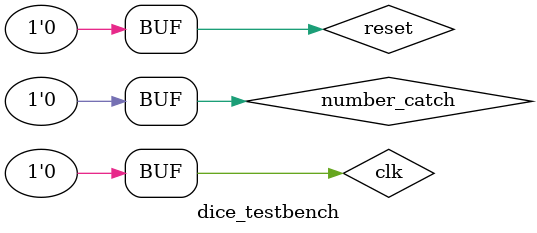
<source format=sv>
module dice_testbench();
  logic        clk, reset, number_catch;
  logic		   [3:0] data;
  logic			[6:0] segments;
  
  // instantiate device under test
  dice dut(clk, reset, number_catch, segments);

  // generate clock
  always 
    begin
      clk = 1'b1; #5; clk = 1'b0; #5;
    end

  // pulses number_catch with the clock
  always
	begin
	  number_catch = 1'b1; #5; number_catch = 1'b0; #5;
	end
	
	
  initial	
	begin
  //increments RNG
  reset = 1'b1; #0;
  reset = 1'b0; #5;
	end
endmodule

</source>
